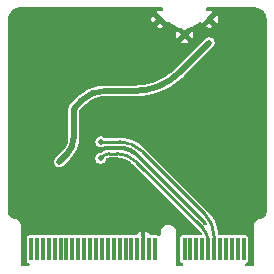
<source format=gbr>
%TF.GenerationSoftware,KiCad,Pcbnew,9.0.0*%
%TF.CreationDate,2025-05-22T16:19:39+04:00*%
%TF.ProjectId,02_04_sensor_barometer_BMP390L,30325f30-345f-4736-956e-736f725f6261,rev?*%
%TF.SameCoordinates,Original*%
%TF.FileFunction,Copper,L2,Bot*%
%TF.FilePolarity,Positive*%
%FSLAX46Y46*%
G04 Gerber Fmt 4.6, Leading zero omitted, Abs format (unit mm)*
G04 Created by KiCad (PCBNEW 9.0.0) date 2025-05-22 16:19:39*
%MOMM*%
%LPD*%
G01*
G04 APERTURE LIST*
%TA.AperFunction,SMDPad,CuDef*%
%ADD10R,0.350000X1.950000*%
%TD*%
%TA.AperFunction,ComponentPad*%
%ADD11C,0.454000*%
%TD*%
%TA.AperFunction,ViaPad*%
%ADD12C,0.500000*%
%TD*%
%TA.AperFunction,ViaPad*%
%ADD13C,0.700000*%
%TD*%
%TA.AperFunction,Conductor*%
%ADD14C,0.500000*%
%TD*%
%TA.AperFunction,Conductor*%
%ADD15C,0.250000*%
%TD*%
G04 APERTURE END LIST*
D10*
%TO.P,J1,2,3.3V*%
%TO.N,+3V3*%
X157500000Y-112900000D03*
%TO.P,J1,4,3.3V_EN*%
%TO.N,/3.3V_EN*%
X157000000Y-112900000D03*
%TO.P,J1,6,~{RESET}*%
%TO.N,+5V*%
X156500000Y-112900000D03*
%TO.P,J1,8,G11*%
%TO.N,/G11-SWO*%
X156000000Y-112900000D03*
%TO.P,J1,10,D0*%
%TO.N,/D0*%
X155500000Y-112900000D03*
%TO.P,J1,12,I2C_SDA*%
%TO.N,BMP390L_SDA*%
X155000000Y-112900000D03*
%TO.P,J1,14,I2C_SCL*%
%TO.N,BMP390L_SCL*%
X154500000Y-112900000D03*
%TO.P,J1,16,I2C_~{INT}*%
%TO.N,/I2C_~{INT}*%
X154000000Y-112900000D03*
%TO.P,J1,18,D1/CAM_TRIG*%
%TO.N,/D1-CAM_TRIG*%
X153500000Y-112900000D03*
%TO.P,J1,20,RX2*%
%TO.N,/UART_RX2*%
X153000000Y-112900000D03*
%TO.P,J1,22,TX2*%
%TO.N,/UART_TX2*%
X152500000Y-112900000D03*
%TO.P,J1,32,PWM0*%
%TO.N,/PWM0*%
X150000000Y-112900000D03*
%TO.P,J1,34,A0*%
%TO.N,/A0*%
X149500000Y-112900000D03*
%TO.P,J1,36,GND*%
%TO.N,GND*%
X149000000Y-112900000D03*
%TO.P,J1,38,A1*%
%TO.N,/A1*%
X148500000Y-112900000D03*
%TO.P,J1,40,G0/BUS0*%
%TO.N,/G0*%
X148000000Y-112900000D03*
%TO.P,J1,42,G1/BUS1*%
%TO.N,BMP390_pwr_cyc*%
X147500000Y-112900000D03*
%TO.P,J1,44,G2/BUS2*%
%TO.N,BMP390_INT*%
X147000000Y-112900000D03*
%TO.P,J1,46,G3/BUS3*%
%TO.N,/G3*%
X146500000Y-112900000D03*
%TO.P,J1,48,G4/BUS4*%
%TO.N,/G4*%
X146000000Y-112900000D03*
%TO.P,J1,50,AUD_BCLK*%
%TO.N,/AUD_BCLK*%
X145500000Y-112900000D03*
%TO.P,J1,52,AUD_LRCLK*%
%TO.N,/AUD_LRCLK*%
X145000000Y-112900000D03*
%TO.P,J1,54,AUD_IN/CAM_PCLK*%
%TO.N,/AUD_IN-CAM_PCLK*%
X144500000Y-112900000D03*
%TO.P,J1,56,AUD_OUT/CAM_MCLK*%
%TO.N,/AUD_OUT-CAM_MCLK*%
X144000000Y-112900000D03*
%TO.P,J1,58,AUD_MCLK*%
%TO.N,/AUD_MCLK*%
X143500000Y-112900000D03*
%TO.P,J1,60,SPI_SCK1/SDIO_CLK*%
%TO.N,BMP390_MOSI*%
X143000000Y-112900000D03*
%TO.P,J1,62,SPI_SDO1/SDIO_CMD*%
%TO.N,BMP390_MISO*%
X142500000Y-112900000D03*
%TO.P,J1,64,SPI_SDI1/SDIO_DATA0*%
%TO.N,BMP390_SCK*%
X142000000Y-112900000D03*
%TO.P,J1,66,SDIO_DATA1*%
%TO.N,BMP390_CS*%
X141500000Y-112900000D03*
%TO.P,J1,68,SDIO_DATA2*%
%TO.N,/SDIO_DATA2*%
X141000000Y-112900000D03*
%TO.P,J1,70,SPI_~{CS1}/SDIO_DATA3*%
%TO.N,/SDIO_DATA3-~{SPI_CS1}*%
X140500000Y-112900000D03*
%TO.P,J1,72,RTC_3V*%
%TO.N,/RTC_3V_BATT*%
X140000000Y-112900000D03*
%TO.P,J1,74,3.3V*%
%TO.N,+3V3*%
X139500000Y-112900000D03*
D11*
%TO.P,J1,GND1,GND*%
%TO.N,GND*%
X150400000Y-93425000D03*
%TO.P,J1,GND2,GND*%
X152500000Y-94725000D03*
%TO.P,J1,GND3,GND*%
X154600000Y-93425000D03*
%TD*%
D12*
%TO.N,+3V3*%
X154600000Y-95400000D03*
X143100000Y-101000000D03*
X141900000Y-105500000D03*
D13*
%TO.N,GND*%
X151300000Y-96000000D03*
X149300000Y-96000000D03*
X154100000Y-100500000D03*
X154100000Y-98500000D03*
X149300000Y-97000000D03*
X149300000Y-98000000D03*
X153100000Y-100500000D03*
X154100000Y-99500000D03*
X152100000Y-100500000D03*
X150300000Y-97000000D03*
X150300000Y-96000000D03*
X153100000Y-99500000D03*
D12*
%TO.N,BMP390L_SDA*%
X145400000Y-103800000D03*
%TO.N,BMP390L_SCL*%
X145400000Y-105200000D03*
%TD*%
D14*
%TO.N,+3V3*%
X152093792Y-97906207D02*
X154600000Y-95400000D01*
X142500000Y-104900000D02*
X141900000Y-105500000D01*
X143100000Y-103451471D02*
X143100000Y-101000000D01*
X143100000Y-101000000D02*
X143850000Y-100250000D01*
X148246036Y-99500000D02*
X145660660Y-99500000D01*
X145660660Y-99500000D02*
G75*
G03*
X143850032Y-100250032I40J-2560600D01*
G01*
X148246036Y-99500000D02*
G75*
G03*
X152093785Y-97906200I-36J5441600D01*
G01*
X143100000Y-103451471D02*
G75*
G02*
X142500008Y-104900008I-2048500J-29D01*
G01*
D15*
%TO.N,BMP390L_SDA*%
X147000000Y-103800000D02*
X145400000Y-103800000D01*
X154222182Y-109922182D02*
X148877817Y-104577817D01*
X155000000Y-111800000D02*
X155000000Y-112900000D01*
X154222182Y-109922182D02*
G75*
G02*
X155000010Y-111800000I-1877782J-1877818D01*
G01*
X148877817Y-104577817D02*
G75*
G03*
X147000000Y-103799990I-1877817J-1877783D01*
G01*
%TO.N,BMP390L_SCL*%
X154500000Y-112250000D02*
X154500000Y-112900000D01*
X145600000Y-105000000D02*
X145400000Y-105200000D01*
X148371751Y-105471751D02*
X154040380Y-111140380D01*
X146750000Y-104800000D02*
X146082842Y-104800000D01*
X148371751Y-105471751D02*
G75*
G03*
X146750000Y-104799999I-1621751J-1621749D01*
G01*
X145600000Y-105000000D02*
G75*
G02*
X146082842Y-104800018I482800J-482800D01*
G01*
X154040380Y-111140380D02*
G75*
G02*
X154500011Y-112250000I-1109580J-1109620D01*
G01*
%TD*%
%TA.AperFunction,Conductor*%
%TO.N,GND*%
G36*
X150648938Y-92435802D02*
G01*
X150694693Y-92488606D01*
X150704637Y-92522468D01*
X150709526Y-92556475D01*
X150712540Y-92577433D01*
X150702597Y-92646592D01*
X150656842Y-92699396D01*
X150589803Y-92719081D01*
X150565612Y-92716699D01*
X150471602Y-92698000D01*
X150328392Y-92698000D01*
X150187949Y-92725935D01*
X150187949Y-92725936D01*
X150070578Y-92774551D01*
X150560513Y-93264487D01*
X151050447Y-93754421D01*
X151064928Y-93719462D01*
X151108768Y-93665058D01*
X151175062Y-93642993D01*
X151242762Y-93660272D01*
X151260691Y-93673201D01*
X151419337Y-93810667D01*
X151419344Y-93810673D01*
X151419348Y-93810676D01*
X151419350Y-93810677D01*
X151635996Y-93949907D01*
X151636005Y-93949912D01*
X151636006Y-93949913D01*
X151636019Y-93949920D01*
X151870277Y-94056902D01*
X151870281Y-94056903D01*
X151870283Y-94056904D01*
X152117399Y-94129464D01*
X152202791Y-94141741D01*
X152266344Y-94170764D01*
X152272824Y-94176797D01*
X152499999Y-94403972D01*
X152726803Y-94177167D01*
X152788126Y-94143682D01*
X152796815Y-94142114D01*
X152884801Y-94129464D01*
X153068766Y-94075447D01*
X154270577Y-94075447D01*
X154387941Y-94124061D01*
X154387949Y-94124063D01*
X154528392Y-94151999D01*
X154528396Y-94152000D01*
X154671604Y-94152000D01*
X154671607Y-94151999D01*
X154812050Y-94124063D01*
X154812058Y-94124061D01*
X154929421Y-94075447D01*
X154600001Y-93746026D01*
X154600000Y-93746026D01*
X154270577Y-94075447D01*
X153068766Y-94075447D01*
X153131917Y-94056904D01*
X153131920Y-94056902D01*
X153131922Y-94056902D01*
X153366180Y-93949920D01*
X153366186Y-93949916D01*
X153366192Y-93949914D01*
X153582856Y-93810673D01*
X153739889Y-93674602D01*
X153803443Y-93645579D01*
X153872601Y-93655523D01*
X153925405Y-93701277D01*
X153935651Y-93720864D01*
X153949550Y-93754420D01*
X154298864Y-93405109D01*
X154500000Y-93405109D01*
X154500000Y-93444891D01*
X154515224Y-93481645D01*
X154543355Y-93509776D01*
X154580109Y-93525000D01*
X154619891Y-93525000D01*
X154656645Y-93509776D01*
X154684776Y-93481645D01*
X154700000Y-93444891D01*
X154700000Y-93424999D01*
X154921026Y-93424999D01*
X154921026Y-93425000D01*
X155250447Y-93754421D01*
X155299061Y-93637058D01*
X155299063Y-93637050D01*
X155326999Y-93496607D01*
X155327000Y-93496604D01*
X155327000Y-93353396D01*
X155326999Y-93353392D01*
X155299063Y-93212949D01*
X155299061Y-93212941D01*
X155250447Y-93095577D01*
X154921026Y-93424999D01*
X154700000Y-93424999D01*
X154700000Y-93405109D01*
X154684776Y-93368355D01*
X154656645Y-93340224D01*
X154619891Y-93325000D01*
X154580109Y-93325000D01*
X154543355Y-93340224D01*
X154515224Y-93368355D01*
X154500000Y-93405109D01*
X154298864Y-93405109D01*
X154418017Y-93285957D01*
X154439487Y-93264487D01*
X154929421Y-92774551D01*
X154812059Y-92725938D01*
X154812050Y-92725935D01*
X154671607Y-92698000D01*
X154528392Y-92698000D01*
X154436653Y-92716248D01*
X154367061Y-92710021D01*
X154311884Y-92667157D01*
X154288640Y-92601267D01*
X154289723Y-92576994D01*
X154297563Y-92522467D01*
X154326590Y-92458912D01*
X154385368Y-92421139D01*
X154420301Y-92416117D01*
X158493234Y-92416117D01*
X158506716Y-92416852D01*
X158537216Y-92420187D01*
X158653104Y-92432863D01*
X158673654Y-92436890D01*
X158811775Y-92476317D01*
X158831349Y-92483743D01*
X158912097Y-92522468D01*
X158960865Y-92545856D01*
X158978917Y-92556475D01*
X159067068Y-92618914D01*
X159096114Y-92639488D01*
X159096133Y-92639501D01*
X159112142Y-92653009D01*
X159213701Y-92754570D01*
X159227208Y-92770578D01*
X159310233Y-92887796D01*
X159320852Y-92905850D01*
X159382957Y-93035356D01*
X159390387Y-93054939D01*
X159429813Y-93193063D01*
X159433840Y-93213617D01*
X159449865Y-93360146D01*
X159450600Y-93373627D01*
X159450600Y-109755872D01*
X159449451Y-109772714D01*
X159435814Y-109872185D01*
X159429333Y-109898169D01*
X159396341Y-109987818D01*
X159384432Y-110011804D01*
X159379611Y-110019341D01*
X159332964Y-110092274D01*
X159316183Y-110113144D01*
X159248633Y-110180692D01*
X159227763Y-110197471D01*
X159147286Y-110248941D01*
X159123298Y-110260850D01*
X159033656Y-110293836D01*
X159007671Y-110300317D01*
X158906155Y-110314230D01*
X158892791Y-110315329D01*
X158872130Y-110315907D01*
X158864324Y-110317542D01*
X158838078Y-110319407D01*
X158838072Y-110319408D01*
X158723484Y-110352555D01*
X158618415Y-110409056D01*
X158618407Y-110409062D01*
X158527573Y-110486380D01*
X158455019Y-110581074D01*
X158455018Y-110581076D01*
X158403992Y-110688904D01*
X158379255Y-110794471D01*
X158376775Y-110805053D01*
X158376007Y-110844291D01*
X158375600Y-110844699D01*
X158375600Y-110865177D01*
X158375590Y-110865687D01*
X158375579Y-110866282D01*
X158375579Y-110866318D01*
X158375020Y-110896650D01*
X158375600Y-110900539D01*
X158375600Y-114191117D01*
X158355915Y-114258156D01*
X158303111Y-114303911D01*
X158251600Y-114315117D01*
X157749107Y-114315117D01*
X157682068Y-114295432D01*
X157636313Y-114242628D01*
X157626369Y-114173470D01*
X157655394Y-114109914D01*
X157714172Y-114072140D01*
X157724916Y-114069500D01*
X157753229Y-114063868D01*
X157753229Y-114063867D01*
X157753231Y-114063867D01*
X157819552Y-114019552D01*
X157863867Y-113953231D01*
X157863867Y-113953229D01*
X157863868Y-113953229D01*
X157875499Y-113894752D01*
X157875500Y-113894750D01*
X157875500Y-111905249D01*
X157875499Y-111905247D01*
X157863868Y-111846770D01*
X157863867Y-111846769D01*
X157819552Y-111780447D01*
X157753230Y-111736132D01*
X157753229Y-111736131D01*
X157694752Y-111724500D01*
X157694748Y-111724500D01*
X157305252Y-111724500D01*
X157305251Y-111724500D01*
X157274188Y-111730678D01*
X157225812Y-111730678D01*
X157194749Y-111724500D01*
X157194748Y-111724500D01*
X156805252Y-111724500D01*
X156805251Y-111724500D01*
X156774188Y-111730678D01*
X156725812Y-111730678D01*
X156694749Y-111724500D01*
X156694748Y-111724500D01*
X156305252Y-111724500D01*
X156305251Y-111724500D01*
X156274188Y-111730678D01*
X156225812Y-111730678D01*
X156194749Y-111724500D01*
X156194748Y-111724500D01*
X155805252Y-111724500D01*
X155805251Y-111724500D01*
X155774188Y-111730678D01*
X155725812Y-111730678D01*
X155694749Y-111724500D01*
X155694748Y-111724500D01*
X155444885Y-111724500D01*
X155377846Y-111704815D01*
X155332091Y-111652011D01*
X155321482Y-111612655D01*
X155296799Y-111362048D01*
X155239655Y-111074767D01*
X155154627Y-110794471D01*
X155042534Y-110523860D01*
X154904457Y-110265538D01*
X154741724Y-110021995D01*
X154651183Y-109911673D01*
X154555913Y-109795586D01*
X154555901Y-109795573D01*
X154482132Y-109721804D01*
X154482127Y-109721800D01*
X149072372Y-104312044D01*
X149072241Y-104311928D01*
X149004417Y-104244104D01*
X148777998Y-104058284D01*
X148777994Y-104058281D01*
X148777990Y-104058278D01*
X148534466Y-103895557D01*
X148534462Y-103895555D01*
X148534461Y-103895554D01*
X148534456Y-103895551D01*
X148371691Y-103808550D01*
X148276134Y-103757473D01*
X148276128Y-103757471D01*
X148005527Y-103645382D01*
X147828903Y-103591804D01*
X147725230Y-103560355D01*
X147629470Y-103541307D01*
X147437963Y-103503213D01*
X147437951Y-103503211D01*
X147146454Y-103474500D01*
X147146450Y-103474500D01*
X145762964Y-103474500D01*
X145695925Y-103454815D01*
X145683064Y-103444451D01*
X145683059Y-103444458D01*
X145676615Y-103439513D01*
X145676613Y-103439511D01*
X145573886Y-103380201D01*
X145459309Y-103349500D01*
X145340691Y-103349500D01*
X145226114Y-103380201D01*
X145226112Y-103380201D01*
X145226112Y-103380202D01*
X145123387Y-103439511D01*
X145123384Y-103439513D01*
X145039513Y-103523384D01*
X145039511Y-103523387D01*
X144980201Y-103626114D01*
X144949500Y-103740691D01*
X144949500Y-103859309D01*
X144980201Y-103973886D01*
X145039511Y-104076613D01*
X145123387Y-104160489D01*
X145226114Y-104219799D01*
X145340691Y-104250500D01*
X145340694Y-104250500D01*
X145459306Y-104250500D01*
X145459309Y-104250500D01*
X145573886Y-104219799D01*
X145676613Y-104160489D01*
X145676620Y-104160481D01*
X145683059Y-104155542D01*
X145684157Y-104156973D01*
X145736606Y-104128334D01*
X145762964Y-104125500D01*
X146948446Y-104125500D01*
X146996519Y-104125500D01*
X147003472Y-104125695D01*
X147253947Y-104139762D01*
X147267748Y-104141317D01*
X147511634Y-104182755D01*
X147525190Y-104185849D01*
X147598000Y-104206825D01*
X147762905Y-104254333D01*
X147776014Y-104258920D01*
X147917078Y-104317352D01*
X148004574Y-104353595D01*
X148017097Y-104359626D01*
X148233620Y-104479295D01*
X148245368Y-104486677D01*
X148405274Y-104600138D01*
X148447127Y-104629835D01*
X148457998Y-104638504D01*
X148636108Y-104797676D01*
X148645186Y-104805788D01*
X148647299Y-104808757D01*
X148650239Y-104810566D01*
X153989554Y-110149881D01*
X153994332Y-110154934D01*
X154161501Y-110341994D01*
X154170171Y-110352866D01*
X154313323Y-110554615D01*
X154320721Y-110566389D01*
X154382665Y-110678467D01*
X154397866Y-110746664D01*
X154373783Y-110812252D01*
X154318064Y-110854408D01*
X154248399Y-110859748D01*
X154186905Y-110826577D01*
X154186457Y-110826130D01*
X148567294Y-105206966D01*
X148567271Y-105206945D01*
X148497912Y-105137586D01*
X148358130Y-105026114D01*
X148267929Y-104954181D01*
X148036489Y-104808757D01*
X148018854Y-104797676D01*
X147753831Y-104670048D01*
X147476186Y-104572895D01*
X147476174Y-104572891D01*
X147254846Y-104522374D01*
X147189390Y-104507435D01*
X147189387Y-104507434D01*
X147189375Y-104507432D01*
X146897086Y-104474500D01*
X146897080Y-104474500D01*
X146792853Y-104474500D01*
X146039989Y-104474500D01*
X146032245Y-104474500D01*
X146032014Y-104474514D01*
X146003505Y-104474513D01*
X146003502Y-104474513D01*
X146003501Y-104474513D01*
X146003500Y-104474513D01*
X145846737Y-104499334D01*
X145695782Y-104548376D01*
X145695778Y-104548377D01*
X145554361Y-104620429D01*
X145425950Y-104713722D01*
X145422243Y-104716889D01*
X145421434Y-104715942D01*
X145365169Y-104746666D01*
X145348749Y-104748431D01*
X145348751Y-104748439D01*
X145340694Y-104749499D01*
X145306653Y-104758620D01*
X145226114Y-104780201D01*
X145226112Y-104780201D01*
X145226112Y-104780202D01*
X145123387Y-104839511D01*
X145123384Y-104839513D01*
X145039513Y-104923384D01*
X145039511Y-104923387D01*
X144980201Y-105026114D01*
X144949500Y-105140691D01*
X144949500Y-105259309D01*
X144980201Y-105373886D01*
X145039511Y-105476613D01*
X145123387Y-105560489D01*
X145226114Y-105619799D01*
X145340691Y-105650500D01*
X145340694Y-105650500D01*
X145459306Y-105650500D01*
X145459309Y-105650500D01*
X145573886Y-105619799D01*
X145676613Y-105560489D01*
X145760489Y-105476613D01*
X145819799Y-105373886D01*
X145850500Y-105259309D01*
X145850500Y-105259306D01*
X145852603Y-105251458D01*
X145854829Y-105252054D01*
X145854881Y-105251937D01*
X145855310Y-105239940D01*
X145868755Y-105220575D01*
X145878292Y-105199019D01*
X145889309Y-105190974D01*
X145895160Y-105182548D01*
X145925513Y-105164539D01*
X145975263Y-105143933D01*
X146006525Y-105135558D01*
X146074905Y-105126559D01*
X146091081Y-105125500D01*
X146134376Y-105125503D01*
X146134377Y-105125502D01*
X146144340Y-105125503D01*
X146144391Y-105125500D01*
X146698446Y-105125500D01*
X146746519Y-105125500D01*
X146753471Y-105125695D01*
X146780163Y-105127193D01*
X146963402Y-105137484D01*
X146977201Y-105139038D01*
X147151289Y-105168617D01*
X147181053Y-105173675D01*
X147194610Y-105176769D01*
X147393301Y-105234011D01*
X147406426Y-105238604D01*
X147437458Y-105251458D01*
X147597456Y-105317731D01*
X147609970Y-105323757D01*
X147700671Y-105373886D01*
X147790944Y-105423778D01*
X147802718Y-105431176D01*
X147971358Y-105550832D01*
X147982222Y-105559497D01*
X148083129Y-105649673D01*
X148139000Y-105699603D01*
X148144054Y-105704381D01*
X153773764Y-111334091D01*
X153773766Y-111334094D01*
X153791993Y-111352320D01*
X153806774Y-111367101D01*
X153813382Y-111374249D01*
X153930636Y-111511532D01*
X153942066Y-111527262D01*
X153947239Y-111535704D01*
X153965489Y-111603145D01*
X153944379Y-111669749D01*
X153890611Y-111714367D01*
X153841517Y-111724500D01*
X153805251Y-111724500D01*
X153774188Y-111730678D01*
X153725812Y-111730678D01*
X153694749Y-111724500D01*
X153694748Y-111724500D01*
X153305252Y-111724500D01*
X153305251Y-111724500D01*
X153274188Y-111730678D01*
X153225812Y-111730678D01*
X153194749Y-111724500D01*
X153194748Y-111724500D01*
X152805252Y-111724500D01*
X152805251Y-111724500D01*
X152774188Y-111730678D01*
X152725812Y-111730678D01*
X152694749Y-111724500D01*
X152694748Y-111724500D01*
X152305252Y-111724500D01*
X152305247Y-111724500D01*
X152246770Y-111736131D01*
X152246769Y-111736132D01*
X152180447Y-111780447D01*
X152136132Y-111846769D01*
X152136131Y-111846770D01*
X152124500Y-111905247D01*
X152124500Y-113894752D01*
X152136131Y-113953229D01*
X152136132Y-113953230D01*
X152180447Y-114019552D01*
X152246769Y-114063867D01*
X152246770Y-114063868D01*
X152275084Y-114069500D01*
X152336995Y-114101885D01*
X152371569Y-114162600D01*
X152367830Y-114232370D01*
X152326963Y-114289042D01*
X152261945Y-114314623D01*
X152250893Y-114315117D01*
X151900600Y-114315117D01*
X151833561Y-114295432D01*
X151787806Y-114242628D01*
X151776600Y-114191117D01*
X151776600Y-111392323D01*
X151776599Y-111392319D01*
X151743981Y-111249411D01*
X151680379Y-111117340D01*
X151667532Y-111101231D01*
X151611049Y-111030404D01*
X151588983Y-111002734D01*
X151509671Y-110939484D01*
X151474379Y-110911339D01*
X151474376Y-110911337D01*
X151342309Y-110847737D01*
X151342307Y-110847736D01*
X151342306Y-110847736D01*
X151297254Y-110837453D01*
X151199397Y-110815117D01*
X151199394Y-110815117D01*
X151052806Y-110815117D01*
X151052802Y-110815117D01*
X150909890Y-110847737D01*
X150777823Y-110911337D01*
X150777820Y-110911339D01*
X150663217Y-111002734D01*
X150571822Y-111117337D01*
X150571820Y-111117340D01*
X150508220Y-111249407D01*
X150475600Y-111392319D01*
X150475600Y-111652727D01*
X150455915Y-111719766D01*
X150403111Y-111765521D01*
X150333953Y-111775465D01*
X150282710Y-111755830D01*
X150264290Y-111743522D01*
X150253231Y-111736133D01*
X150253230Y-111736132D01*
X150253229Y-111736132D01*
X150253229Y-111736131D01*
X150194752Y-111724500D01*
X150194748Y-111724500D01*
X149805252Y-111724500D01*
X149805251Y-111724500D01*
X149774188Y-111730678D01*
X149765953Y-111730683D01*
X149761230Y-111732550D01*
X149726449Y-111730711D01*
X149725984Y-111730712D01*
X149725278Y-111730572D01*
X149694748Y-111724500D01*
X149694517Y-111724500D01*
X149688393Y-111723291D01*
X149662492Y-111709790D01*
X149635409Y-111698835D01*
X149629166Y-111692418D01*
X149626435Y-111690995D01*
X149624519Y-111687643D01*
X149613143Y-111675950D01*
X149532190Y-111567812D01*
X149532187Y-111567809D01*
X149417093Y-111481649D01*
X149417086Y-111481645D01*
X149282379Y-111431403D01*
X149282372Y-111431401D01*
X149222844Y-111425000D01*
X149175000Y-111425000D01*
X149175000Y-111750986D01*
X149172449Y-111759671D01*
X149173738Y-111768633D01*
X149156965Y-111812404D01*
X149155315Y-111818025D01*
X149154561Y-111818677D01*
X149154102Y-111819877D01*
X149136133Y-111846769D01*
X149136131Y-111846773D01*
X149124500Y-111905247D01*
X149124500Y-112776000D01*
X149121949Y-112784685D01*
X149123238Y-112793647D01*
X149112259Y-112817687D01*
X149104815Y-112843039D01*
X149097974Y-112848966D01*
X149094213Y-112857203D01*
X149071978Y-112871492D01*
X149052011Y-112888794D01*
X149041496Y-112891081D01*
X149035435Y-112894977D01*
X149000500Y-112900000D01*
X148999500Y-112900000D01*
X148932461Y-112880315D01*
X148886706Y-112827511D01*
X148875500Y-112776000D01*
X148875500Y-111905249D01*
X148875499Y-111905247D01*
X148863868Y-111846773D01*
X148863867Y-111846772D01*
X148863867Y-111846769D01*
X148845897Y-111819876D01*
X148842860Y-111810176D01*
X148836206Y-111802497D01*
X148832597Y-111777397D01*
X148825020Y-111753199D01*
X148825000Y-111750986D01*
X148825000Y-111425000D01*
X148777155Y-111425000D01*
X148717627Y-111431401D01*
X148717620Y-111431403D01*
X148582913Y-111481645D01*
X148582906Y-111481649D01*
X148467812Y-111567809D01*
X148386856Y-111675951D01*
X148364780Y-111692475D01*
X148344907Y-111711597D01*
X148335483Y-111714406D01*
X148330922Y-111717821D01*
X148311606Y-111723291D01*
X148305482Y-111724500D01*
X148305252Y-111724500D01*
X148274724Y-111730572D01*
X148274016Y-111730712D01*
X148273642Y-111730678D01*
X148225812Y-111730678D01*
X148194749Y-111724500D01*
X148194748Y-111724500D01*
X147805252Y-111724500D01*
X147805251Y-111724500D01*
X147774188Y-111730678D01*
X147725812Y-111730678D01*
X147694749Y-111724500D01*
X147694748Y-111724500D01*
X147305252Y-111724500D01*
X147305251Y-111724500D01*
X147274188Y-111730678D01*
X147225812Y-111730678D01*
X147194749Y-111724500D01*
X147194748Y-111724500D01*
X146805252Y-111724500D01*
X146805251Y-111724500D01*
X146774188Y-111730678D01*
X146725812Y-111730678D01*
X146694749Y-111724500D01*
X146694748Y-111724500D01*
X146305252Y-111724500D01*
X146305251Y-111724500D01*
X146274188Y-111730678D01*
X146225812Y-111730678D01*
X146194749Y-111724500D01*
X146194748Y-111724500D01*
X145805252Y-111724500D01*
X145805251Y-111724500D01*
X145774188Y-111730678D01*
X145725812Y-111730678D01*
X145694749Y-111724500D01*
X145694748Y-111724500D01*
X145305252Y-111724500D01*
X145305251Y-111724500D01*
X145274188Y-111730678D01*
X145225812Y-111730678D01*
X145194749Y-111724500D01*
X145194748Y-111724500D01*
X144805252Y-111724500D01*
X144805251Y-111724500D01*
X144774188Y-111730678D01*
X144725812Y-111730678D01*
X144694749Y-111724500D01*
X144694748Y-111724500D01*
X144305252Y-111724500D01*
X144305251Y-111724500D01*
X144274188Y-111730678D01*
X144225812Y-111730678D01*
X144194749Y-111724500D01*
X144194748Y-111724500D01*
X143805252Y-111724500D01*
X143805251Y-111724500D01*
X143774188Y-111730678D01*
X143725812Y-111730678D01*
X143694749Y-111724500D01*
X143694748Y-111724500D01*
X143305252Y-111724500D01*
X143305251Y-111724500D01*
X143274188Y-111730678D01*
X143225812Y-111730678D01*
X143194749Y-111724500D01*
X143194748Y-111724500D01*
X142805252Y-111724500D01*
X142805251Y-111724500D01*
X142774188Y-111730678D01*
X142725812Y-111730678D01*
X142694749Y-111724500D01*
X142694748Y-111724500D01*
X142305252Y-111724500D01*
X142305251Y-111724500D01*
X142274188Y-111730678D01*
X142225812Y-111730678D01*
X142194749Y-111724500D01*
X142194748Y-111724500D01*
X141805252Y-111724500D01*
X141805251Y-111724500D01*
X141774188Y-111730678D01*
X141725812Y-111730678D01*
X141694749Y-111724500D01*
X141694748Y-111724500D01*
X141305252Y-111724500D01*
X141305251Y-111724500D01*
X141274188Y-111730678D01*
X141225812Y-111730678D01*
X141194749Y-111724500D01*
X141194748Y-111724500D01*
X140805252Y-111724500D01*
X140805251Y-111724500D01*
X140774188Y-111730678D01*
X140725812Y-111730678D01*
X140694749Y-111724500D01*
X140694748Y-111724500D01*
X140305252Y-111724500D01*
X140305251Y-111724500D01*
X140274188Y-111730678D01*
X140225812Y-111730678D01*
X140194749Y-111724500D01*
X140194748Y-111724500D01*
X139805252Y-111724500D01*
X139805251Y-111724500D01*
X139774188Y-111730678D01*
X139725812Y-111730678D01*
X139694749Y-111724500D01*
X139694748Y-111724500D01*
X139305252Y-111724500D01*
X139305247Y-111724500D01*
X139246770Y-111736131D01*
X139246769Y-111736132D01*
X139180447Y-111780447D01*
X139136132Y-111846769D01*
X139136131Y-111846770D01*
X139124500Y-111905247D01*
X139124500Y-113894752D01*
X139136131Y-113953229D01*
X139136132Y-113953230D01*
X139180447Y-114019552D01*
X139246769Y-114063867D01*
X139246770Y-114063868D01*
X139275084Y-114069500D01*
X139336995Y-114101885D01*
X139371569Y-114162600D01*
X139367830Y-114232370D01*
X139326963Y-114289042D01*
X139261945Y-114314623D01*
X139250893Y-114315117D01*
X138750600Y-114315117D01*
X138683561Y-114295432D01*
X138637806Y-114242628D01*
X138626600Y-114191117D01*
X138626600Y-110881241D01*
X138627044Y-110880593D01*
X138626600Y-110864897D01*
X138626600Y-110844699D01*
X138626600Y-110826203D01*
X138625358Y-110820392D01*
X138624921Y-110804774D01*
X138596979Y-110689222D01*
X138545670Y-110581983D01*
X138473227Y-110487723D01*
X138382803Y-110410546D01*
X138278333Y-110353810D01*
X138278331Y-110353809D01*
X138278326Y-110353807D01*
X138164368Y-110319986D01*
X138164370Y-110319986D01*
X138164365Y-110319985D01*
X138164363Y-110319984D01*
X138164360Y-110319984D01*
X138138070Y-110317895D01*
X138137667Y-110317863D01*
X138119954Y-110316397D01*
X138118915Y-110315596D01*
X138105852Y-110315230D01*
X138102491Y-110314952D01*
X138101888Y-110314719D01*
X138095880Y-110314225D01*
X137994523Y-110300333D01*
X137968538Y-110293853D01*
X137878887Y-110260863D01*
X137854901Y-110248955D01*
X137774423Y-110197486D01*
X137753555Y-110180709D01*
X137685997Y-110113152D01*
X137669222Y-110092288D01*
X137617751Y-110011812D01*
X137605842Y-109987826D01*
X137572848Y-109898172D01*
X137566367Y-109872187D01*
X137555866Y-109795586D01*
X137552749Y-109772844D01*
X137551600Y-109756003D01*
X137551600Y-105440691D01*
X141449500Y-105440691D01*
X141449500Y-105559309D01*
X141449816Y-105560488D01*
X141473712Y-105649672D01*
X141480200Y-105673885D01*
X141480200Y-105673886D01*
X141496383Y-105701915D01*
X141539511Y-105776614D01*
X141623386Y-105860489D01*
X141726113Y-105919799D01*
X141750321Y-105926284D01*
X141750324Y-105926286D01*
X141750325Y-105926286D01*
X141780447Y-105934357D01*
X141840691Y-105950500D01*
X141840693Y-105950500D01*
X141959308Y-105950500D01*
X141959309Y-105950500D01*
X142049673Y-105926286D01*
X142073887Y-105919799D01*
X142176614Y-105860489D01*
X142782224Y-105254879D01*
X142782261Y-105254858D01*
X142818559Y-105218559D01*
X142818560Y-105218560D01*
X142917798Y-105119322D01*
X143092803Y-104899872D01*
X143242136Y-104662207D01*
X143363920Y-104409317D01*
X143456623Y-104144380D01*
X143519079Y-103870730D01*
X143550502Y-103591808D01*
X143550500Y-103451465D01*
X143550500Y-103426793D01*
X143550500Y-101237964D01*
X143570185Y-101170925D01*
X143586815Y-101150287D01*
X144126618Y-100610484D01*
X144126623Y-100610482D01*
X144166105Y-100570997D01*
X144171139Y-100566239D01*
X144339816Y-100415491D01*
X144350671Y-100406833D01*
X144532324Y-100277937D01*
X144544080Y-100270550D01*
X144739021Y-100162805D01*
X144751516Y-100156788D01*
X144957291Y-100071547D01*
X144970403Y-100066958D01*
X145184437Y-100005292D01*
X145197950Y-100002207D01*
X145417544Y-99964892D01*
X145431351Y-99963336D01*
X145612124Y-99953181D01*
X145656396Y-99950695D01*
X145663350Y-99950500D01*
X148186730Y-99950500D01*
X148194667Y-99950500D01*
X148194701Y-99950509D01*
X148246039Y-99950509D01*
X148246039Y-99950510D01*
X148456474Y-99950509D01*
X148876271Y-99920482D01*
X149292857Y-99860584D01*
X149292862Y-99860583D01*
X149704105Y-99771121D01*
X149741287Y-99760203D01*
X150107930Y-99652546D01*
X150502263Y-99505466D01*
X150885100Y-99330629D01*
X151254488Y-99128927D01*
X151608546Y-98901388D01*
X151945470Y-98649170D01*
X152263543Y-98373559D01*
X152412343Y-98224759D01*
X152454281Y-98182821D01*
X152454280Y-98182821D01*
X154960490Y-95676614D01*
X155019799Y-95573887D01*
X155026285Y-95549675D01*
X155026286Y-95549675D01*
X155026286Y-95549671D01*
X155050500Y-95459309D01*
X155050500Y-95340691D01*
X155019799Y-95226114D01*
X155019799Y-95226113D01*
X155019799Y-95226112D01*
X154960492Y-95123389D01*
X154960488Y-95123384D01*
X154876615Y-95039511D01*
X154876610Y-95039507D01*
X154773890Y-94980202D01*
X154773883Y-94980199D01*
X154743184Y-94971973D01*
X154743184Y-94971972D01*
X154659312Y-94949500D01*
X154659309Y-94949500D01*
X154540691Y-94949500D01*
X154471944Y-94967920D01*
X154426112Y-94980201D01*
X154426107Y-94980204D01*
X154323393Y-95039505D01*
X154323385Y-95039511D01*
X151799738Y-97563157D01*
X151776965Y-97585930D01*
X151773455Y-97589305D01*
X151491042Y-97850364D01*
X151483639Y-97856687D01*
X151183520Y-98093281D01*
X151175643Y-98099004D01*
X150857902Y-98311311D01*
X150849600Y-98316398D01*
X150516182Y-98503122D01*
X150507507Y-98507543D01*
X150160451Y-98667539D01*
X150151456Y-98671265D01*
X149792914Y-98803540D01*
X149783654Y-98806548D01*
X149415861Y-98910278D01*
X149406394Y-98912551D01*
X149031581Y-98987107D01*
X149021964Y-98988630D01*
X148642465Y-99033549D01*
X148632759Y-99034313D01*
X148248730Y-99049404D01*
X148243861Y-99049500D01*
X145727564Y-99049500D01*
X145719964Y-99049499D01*
X145719962Y-99049499D01*
X145713691Y-99049499D01*
X145712051Y-99049499D01*
X145711897Y-99049454D01*
X145512727Y-99049457D01*
X145218282Y-99078462D01*
X145218281Y-99078463D01*
X144928109Y-99136187D01*
X144928107Y-99136188D01*
X144644989Y-99222078D01*
X144371663Y-99335300D01*
X144371656Y-99335303D01*
X144110735Y-99474776D01*
X144110727Y-99474781D01*
X143864746Y-99639150D01*
X143864728Y-99639163D01*
X143636041Y-99826851D01*
X143594205Y-99868689D01*
X143552360Y-99910537D01*
X142739513Y-100723383D01*
X142739509Y-100723389D01*
X142680201Y-100826112D01*
X142680200Y-100826117D01*
X142649500Y-100940691D01*
X142649500Y-103447411D01*
X142649235Y-103455520D01*
X142636362Y-103651952D01*
X142634245Y-103668033D01*
X142596638Y-103857108D01*
X142592440Y-103872776D01*
X142530475Y-104055324D01*
X142524267Y-104070309D01*
X142439007Y-104243201D01*
X142430898Y-104257248D01*
X142323795Y-104417541D01*
X142313920Y-104430410D01*
X142184251Y-104578269D01*
X142178707Y-104584188D01*
X142162759Y-104600137D01*
X141539513Y-105223383D01*
X141539511Y-105223386D01*
X141480200Y-105326113D01*
X141480199Y-105326116D01*
X141473712Y-105350324D01*
X141473713Y-105350325D01*
X141449500Y-105440691D01*
X137551600Y-105440691D01*
X137551600Y-95375447D01*
X152170577Y-95375447D01*
X152287941Y-95424061D01*
X152287949Y-95424063D01*
X152428392Y-95451999D01*
X152428396Y-95452000D01*
X152571604Y-95452000D01*
X152571607Y-95451999D01*
X152712050Y-95424063D01*
X152712058Y-95424061D01*
X152829421Y-95375447D01*
X152500001Y-95046026D01*
X152500000Y-95046026D01*
X152170577Y-95375447D01*
X137551600Y-95375447D01*
X137551600Y-94653392D01*
X151773000Y-94653392D01*
X151773000Y-94796607D01*
X151800935Y-94937050D01*
X151800938Y-94937059D01*
X151849550Y-95054420D01*
X152178973Y-94725000D01*
X152159082Y-94705109D01*
X152400000Y-94705109D01*
X152400000Y-94744891D01*
X152415224Y-94781645D01*
X152443355Y-94809776D01*
X152480109Y-94825000D01*
X152519891Y-94825000D01*
X152556645Y-94809776D01*
X152584776Y-94781645D01*
X152600000Y-94744891D01*
X152600000Y-94724999D01*
X152821026Y-94724999D01*
X152821026Y-94725000D01*
X153150447Y-95054421D01*
X153199061Y-94937058D01*
X153199063Y-94937050D01*
X153226999Y-94796607D01*
X153227000Y-94796604D01*
X153227000Y-94653396D01*
X153226999Y-94653392D01*
X153199063Y-94512949D01*
X153199061Y-94512941D01*
X153150447Y-94395577D01*
X152821026Y-94724999D01*
X152600000Y-94724999D01*
X152600000Y-94705109D01*
X152584776Y-94668355D01*
X152556645Y-94640224D01*
X152519891Y-94625000D01*
X152480109Y-94625000D01*
X152443355Y-94640224D01*
X152415224Y-94668355D01*
X152400000Y-94705109D01*
X152159082Y-94705109D01*
X151849551Y-94395578D01*
X151800936Y-94512949D01*
X151800935Y-94512949D01*
X151773000Y-94653392D01*
X137551600Y-94653392D01*
X137551600Y-94075447D01*
X150070577Y-94075447D01*
X150187941Y-94124061D01*
X150187949Y-94124063D01*
X150328392Y-94151999D01*
X150328396Y-94152000D01*
X150471604Y-94152000D01*
X150471607Y-94151999D01*
X150612050Y-94124063D01*
X150612058Y-94124061D01*
X150729421Y-94075447D01*
X150400001Y-93746026D01*
X150400000Y-93746026D01*
X150070577Y-94075447D01*
X137551600Y-94075447D01*
X137551600Y-93373470D01*
X137552335Y-93359992D01*
X137553057Y-93353392D01*
X149673000Y-93353392D01*
X149673000Y-93496607D01*
X149700935Y-93637050D01*
X149700938Y-93637059D01*
X149749550Y-93754420D01*
X150078973Y-93425000D01*
X150059082Y-93405109D01*
X150300000Y-93405109D01*
X150300000Y-93444891D01*
X150315224Y-93481645D01*
X150343355Y-93509776D01*
X150380109Y-93525000D01*
X150419891Y-93525000D01*
X150456645Y-93509776D01*
X150484776Y-93481645D01*
X150500000Y-93444891D01*
X150500000Y-93405109D01*
X150484776Y-93368355D01*
X150456645Y-93340224D01*
X150419891Y-93325000D01*
X150380109Y-93325000D01*
X150343355Y-93340224D01*
X150315224Y-93368355D01*
X150300000Y-93405109D01*
X150059082Y-93405109D01*
X149749551Y-93095578D01*
X149700936Y-93212949D01*
X149700935Y-93212949D01*
X149673000Y-93353392D01*
X137553057Y-93353392D01*
X137555196Y-93333827D01*
X137568343Y-93213611D01*
X137572370Y-93193061D01*
X137600572Y-93094257D01*
X137611797Y-93054931D01*
X137619223Y-93035356D01*
X137681335Y-92905836D01*
X137691953Y-92887786D01*
X137774980Y-92770565D01*
X137788478Y-92754566D01*
X137890053Y-92652989D01*
X137906048Y-92639493D01*
X138023275Y-92556459D01*
X138041318Y-92545845D01*
X138170846Y-92483726D01*
X138190415Y-92476302D01*
X138328541Y-92436873D01*
X138349091Y-92432846D01*
X138495327Y-92416851D01*
X138508809Y-92416117D01*
X150581899Y-92416117D01*
X150648938Y-92435802D01*
G37*
%TD.AperFunction*%
%TD*%
M02*

</source>
